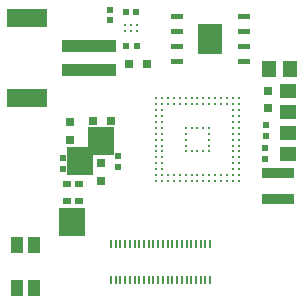
<source format=gbr>
G04 EAGLE Gerber RS-274X export*
G75*
%MOMM*%
%FSLAX34Y34*%
%LPD*%
%INSolderpaste Top*%
%IPPOS*%
%AMOC8*
5,1,8,0,0,1.08239X$1,22.5*%
G01*
%ADD10R,1.450000X1.150000*%
%ADD11R,1.150000X1.450000*%
%ADD12R,0.620000X0.620000*%
%ADD13R,0.700000X0.600000*%
%ADD14R,4.600000X1.000000*%
%ADD15R,3.400000X1.600000*%
%ADD16R,2.235200X2.489200*%
%ADD17R,0.195575X0.685800*%
%ADD18R,0.800000X0.800000*%
%ADD19R,0.500000X0.500000*%
%ADD20R,1.050000X1.400000*%
%ADD21C,0.250000*%
%ADD22C,0.254000*%
%ADD23R,2.150000X2.530000*%
%ADD24C,0.110000*%
%ADD25R,2.667000X0.812800*%


D10*
X241300Y140826D03*
X241300Y122826D03*
D11*
X224934Y195072D03*
X242934Y195072D03*
D12*
X222250Y147248D03*
X222250Y138248D03*
D10*
X241300Y158132D03*
X241300Y176132D03*
D12*
X97028Y121086D03*
X97028Y112086D03*
X221996Y118690D03*
X221996Y127690D03*
X112958Y243332D03*
X103958Y243332D03*
X113466Y214122D03*
X104466Y214122D03*
D13*
X64436Y97424D03*
X64436Y83424D03*
X54436Y97424D03*
X54436Y83424D03*
D14*
X72560Y194470D03*
X72560Y214470D03*
D15*
X20560Y170470D03*
X20560Y238470D03*
D16*
X58674Y65786D03*
X65278Y116840D03*
X82804Y133858D03*
D17*
X131331Y16383D03*
X127331Y16383D03*
X123331Y16383D03*
X119331Y16383D03*
X115331Y16383D03*
X111331Y16383D03*
X107331Y16383D03*
X103331Y16383D03*
X99331Y16383D03*
X95331Y16383D03*
X91331Y16383D03*
X175331Y16383D03*
X171331Y16383D03*
X167331Y16383D03*
X163331Y16383D03*
X159331Y16383D03*
X155331Y16383D03*
X151331Y16383D03*
X147331Y16383D03*
X143331Y16383D03*
X139331Y16383D03*
X135331Y16383D03*
X131331Y47117D03*
X127331Y47117D03*
X123331Y47117D03*
X119331Y47117D03*
X115331Y47117D03*
X111331Y47117D03*
X107331Y47117D03*
X103331Y47117D03*
X99331Y47117D03*
X95331Y47117D03*
X91331Y47117D03*
X175331Y47117D03*
X171331Y47117D03*
X167331Y47117D03*
X163331Y47117D03*
X159331Y47117D03*
X155331Y47117D03*
X151331Y47117D03*
X147331Y47117D03*
X143331Y47117D03*
X139331Y47117D03*
X135331Y47117D03*
D18*
X224282Y161664D03*
X224282Y176664D03*
D19*
X90170Y236038D03*
X90170Y245038D03*
X51054Y110308D03*
X51054Y119308D03*
D18*
X56642Y149740D03*
X56642Y134740D03*
X76066Y150622D03*
X91066Y150622D03*
X107054Y199136D03*
X122054Y199136D03*
X83312Y115450D03*
X83312Y100450D03*
D20*
X26300Y45940D03*
X26300Y9940D03*
X11800Y45940D03*
X11800Y9940D03*
D21*
X199592Y170128D03*
X194592Y170128D03*
X189592Y170128D03*
X184592Y170128D03*
X179592Y170128D03*
X174592Y170128D03*
X169592Y170128D03*
X164592Y170128D03*
X159592Y170128D03*
X154592Y170128D03*
X149592Y170128D03*
X144592Y170128D03*
X139592Y170128D03*
X134592Y170128D03*
X129592Y170128D03*
X129592Y165128D03*
X134592Y165128D03*
X139592Y165128D03*
X144592Y165128D03*
X149592Y165128D03*
X154592Y165128D03*
X159592Y165128D03*
X164592Y165128D03*
X169592Y165128D03*
X174592Y165128D03*
X179592Y165128D03*
X184592Y165128D03*
X189592Y165128D03*
X194592Y165128D03*
X199592Y165128D03*
X199592Y105128D03*
X194592Y105128D03*
X189592Y105128D03*
X184592Y105128D03*
X179592Y105128D03*
X174592Y105128D03*
X169592Y105128D03*
X164592Y105128D03*
X159592Y105128D03*
X154592Y105128D03*
X149592Y105128D03*
X144592Y105128D03*
X139592Y105128D03*
X134592Y105128D03*
X129592Y105128D03*
X129592Y100128D03*
X134592Y100128D03*
X139592Y100128D03*
X144592Y100128D03*
X149592Y100128D03*
X154592Y100128D03*
X159592Y100128D03*
X164592Y100128D03*
X169592Y100128D03*
X174592Y100128D03*
X179592Y100128D03*
X184592Y100128D03*
X189592Y100128D03*
X194592Y100128D03*
X199592Y100128D03*
X199592Y160128D03*
X194592Y160128D03*
X194592Y155128D03*
X199592Y155128D03*
X199592Y150128D03*
X194592Y150128D03*
X194592Y145128D03*
X199592Y145128D03*
X199592Y140128D03*
X194592Y140128D03*
X194592Y135128D03*
X199592Y135128D03*
X199592Y130128D03*
X194592Y130128D03*
X194592Y125128D03*
X199592Y125128D03*
X199592Y120128D03*
X194592Y120128D03*
X194592Y115128D03*
X199592Y115128D03*
X199592Y110128D03*
X194592Y110128D03*
X134592Y160128D03*
X129592Y160128D03*
X129592Y155128D03*
X134592Y155128D03*
X134592Y150128D03*
X129592Y150128D03*
X129592Y145128D03*
X134592Y145128D03*
X134592Y140128D03*
X129592Y140128D03*
X129592Y135128D03*
X134592Y135128D03*
X134592Y130128D03*
X129592Y130128D03*
X129592Y125128D03*
X134592Y125128D03*
X134592Y120128D03*
X129592Y120128D03*
X129592Y115128D03*
X134592Y115128D03*
X134592Y110128D03*
X129592Y110128D03*
X164592Y145128D03*
X164592Y125128D03*
X169592Y145128D03*
X169592Y125128D03*
X159592Y145128D03*
X159592Y125128D03*
X174592Y145128D03*
X174592Y125128D03*
X154592Y145128D03*
X154592Y125128D03*
X174592Y140128D03*
X154592Y140128D03*
X174592Y135128D03*
X154592Y135128D03*
X174592Y130128D03*
X154592Y130128D03*
D22*
X113458Y227116D03*
X113458Y232116D03*
X108458Y227116D03*
X108458Y232116D03*
X103458Y227116D03*
X103458Y232116D03*
D23*
X175260Y220472D03*
D24*
X199060Y203072D02*
X208360Y203072D01*
X208360Y199772D01*
X199060Y199772D01*
X199060Y203072D01*
X199060Y200817D02*
X208360Y200817D01*
X208360Y201862D02*
X199060Y201862D01*
X199060Y202907D02*
X208360Y202907D01*
X208360Y215772D02*
X199060Y215772D01*
X208360Y215772D02*
X208360Y212472D01*
X199060Y212472D01*
X199060Y215772D01*
X199060Y213517D02*
X208360Y213517D01*
X208360Y214562D02*
X199060Y214562D01*
X199060Y215607D02*
X208360Y215607D01*
X208360Y228472D02*
X199060Y228472D01*
X208360Y228472D02*
X208360Y225172D01*
X199060Y225172D01*
X199060Y228472D01*
X199060Y226217D02*
X208360Y226217D01*
X208360Y227262D02*
X199060Y227262D01*
X199060Y228307D02*
X208360Y228307D01*
X208360Y241172D02*
X199060Y241172D01*
X208360Y241172D02*
X208360Y237872D01*
X199060Y237872D01*
X199060Y241172D01*
X199060Y238917D02*
X208360Y238917D01*
X208360Y239962D02*
X199060Y239962D01*
X199060Y241007D02*
X208360Y241007D01*
X151460Y241172D02*
X142160Y241172D01*
X151460Y241172D02*
X151460Y237872D01*
X142160Y237872D01*
X142160Y241172D01*
X142160Y238917D02*
X151460Y238917D01*
X151460Y239962D02*
X142160Y239962D01*
X142160Y241007D02*
X151460Y241007D01*
X151460Y228472D02*
X142160Y228472D01*
X151460Y228472D02*
X151460Y225172D01*
X142160Y225172D01*
X142160Y228472D01*
X142160Y226217D02*
X151460Y226217D01*
X151460Y227262D02*
X142160Y227262D01*
X142160Y228307D02*
X151460Y228307D01*
X151460Y215772D02*
X142160Y215772D01*
X151460Y215772D02*
X151460Y212472D01*
X142160Y212472D01*
X142160Y215772D01*
X142160Y213517D02*
X151460Y213517D01*
X151460Y214562D02*
X142160Y214562D01*
X142160Y215607D02*
X151460Y215607D01*
X151460Y203072D02*
X142160Y203072D01*
X151460Y203072D02*
X151460Y199772D01*
X142160Y199772D01*
X142160Y203072D01*
X142160Y200817D02*
X151460Y200817D01*
X151460Y201862D02*
X142160Y201862D01*
X142160Y202907D02*
X151460Y202907D01*
D25*
X232918Y85266D03*
X232918Y107266D03*
M02*

</source>
